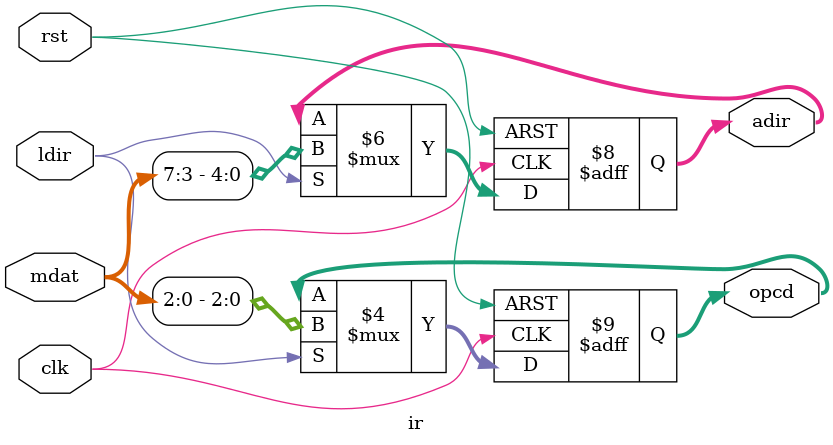
<source format=v>
module ir (clk, rst, ldir, mdat, adir, opcd);

input	clk, ldir, rst; // load Instruction Register 類似 enable
input	[7:0] mdat; // memory data
output	reg[4:0] adir; // 5-bit 的 Address from Instruction Register
output	reg[2:0] opcd; // 3-bit opcode

always@(posedge clk or negedge rst) begin
	if(!rst) begin
		opcd <= 0;
		adir <= 0;
	end else 
		if (ldir == 1) begin // MSB [位址][OPCODE] LSB
			adir <= mdat [7:3]; 
			opcd <= mdat [2:0];
		end
end

endmodule
</source>
